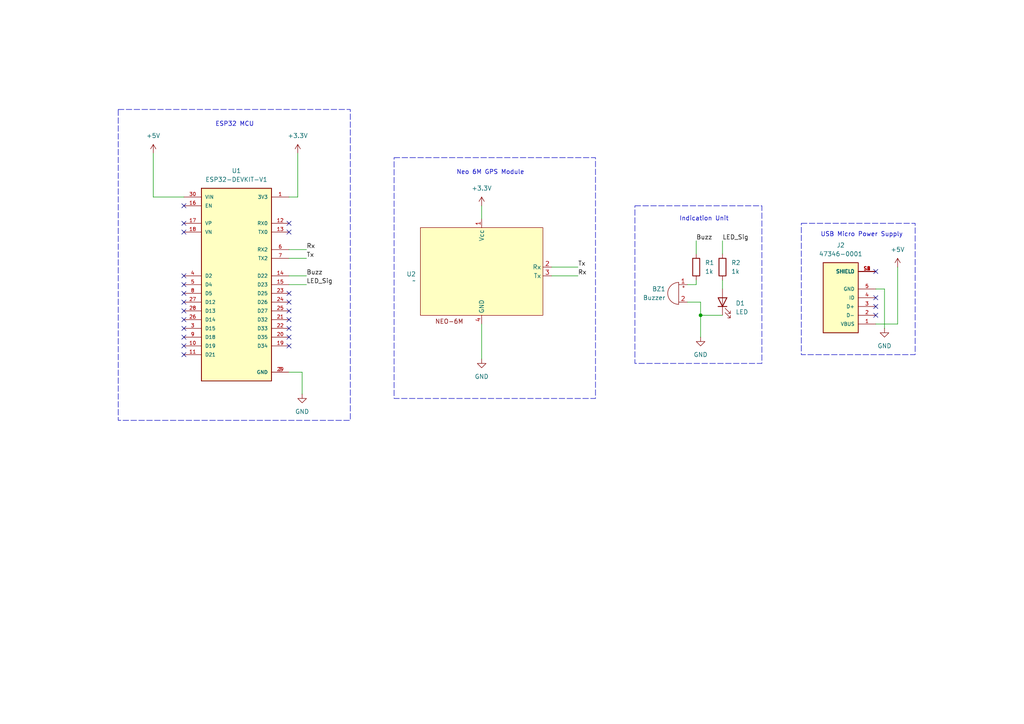
<source format=kicad_sch>
(kicad_sch (version 20231120) (generator "eeschema") (generator_version "8.0")
  (paper "A4")
  (title_block (title "Bus Tracking System") (date "22/07/2022") (rev "2"))
  (lib_symbols
    (symbol "47346-0001:47346-0001" (pin_names (offset 1.016))
      (property "Reference" "J" (at -5.08 10.922 0))
      (property "Value" "47346-0001" (at -5.08 -12.7 0))
      (symbol "47346-0001_0_0"
        (rectangle (start -5.08 -10.16) (end 5.08 10.16) (stroke (width 0.254)) (fill (type background)))
        (pin power_in line (at -10.16 7.62 0) (length 5.08) (name "VBUS") (number "1"))
        (pin bidirectional line (at -10.16 5.08 0) (length 5.08) (name "D-") (number "2"))
        (pin bidirectional line (at -10.16 2.54 0) (length 5.08) (name "D+") (number "3"))
        (pin bidirectional line (at -10.16 0 0) (length 5.08) (name "ID") (number "4"))
        (pin power_in line (at -10.16 -2.54 0) (length 5.08) (name "GND") (number "5"))
        (pin passive line (at -10.16 -7.62 0) (length 5.08) (name "SHIELD") (number "S1"))
        (pin passive line (at -10.16 -7.62 0) (length 5.08) (name "SHIELD") (number "S2"))
        (pin passive line (at -10.16 -7.62 0) (length 5.08) (name "SHIELD") (number "S3"))
        (pin passive line (at -10.16 -7.62 0) (length 5.08) (name "SHIELD") (number "S4"))
        (pin passive line (at -10.16 -7.62 0) (length 5.08) (name "SHIELD") (number "S5"))
        (pin passive line (at -10.16 -7.62 0) (length 5.08) (name "SHIELD") (number "S6"))
      )
    )
    (symbol "Device:Buzzer" (pin_names (offset 0.0254) hide)
      (property "Reference" "BZ" (at 3.81 1.27 0))
      (property "Value" "Buzzer" (at 3.81 -1.27 0))
      (symbol "Buzzer_0_1"
        (arc (start 0 -3.175) (mid 3.1612 0) (end 0 3.175))
        (polyline (pts (xy -1.651 1.905) (xy -1.143 1.905)))
        (polyline (pts (xy -1.397 2.159) (xy -1.397 1.651)))
        (polyline (pts (xy 0 3.175) (xy 0 -3.175)))
      )
      (symbol "Buzzer_1_1"
        (pin passive line (at -2.54 2.54 0) (length 2.54) (name "+") (number "1"))
        (pin passive line (at -2.54 -2.54 0) (length 2.54) (name "-") (number "2"))
      )
    )
    (symbol "Device:LED" (pin_numbers hide) (pin_names (offset 1.016) hide)
      (property "Reference" "D" (at 0 2.54 0))
      (property "Value" "LED" (at 0 -2.54 0))
      (symbol "LED_0_1"
        (polyline (pts (xy -1.27 -1.27) (xy -1.27 1.27)) (stroke (width 0.254)))
        (polyline (pts (xy -1.27 0) (xy 1.27 0)))
        (polyline (pts (xy 1.27 -1.27) (xy 1.27 1.27) (xy -1.27 0) (xy 1.27 -1.27)) (stroke (width 0.254)))
        (polyline (pts (xy -3.048 -0.762) (xy -4.572 -2.286) (xy -3.81 -2.286) (xy -4.572 -2.286) (xy -4.572 -1.524)))
        (polyline (pts (xy -1.778 -0.762) (xy -3.302 -2.286) (xy -2.54 -2.286) (xy -3.302 -2.286) (xy -3.302 -1.524)))
      )
      (symbol "LED_1_1"
        (pin passive line (at -3.81 0 0) (length 2.54) (name "K") (number "1"))
        (pin passive line (at 3.81 0 180) (length 2.54) (name "A") (number "2"))
      )
    )
    (symbol "Device:R" (pin_numbers hide) (pin_names (offset 0))
      (property "Reference" "R" (at 2.032 0 90))
      (property "Value" "R" (at 0 0 90))
      (symbol "R_0_1"
        (rectangle (start -1.016 -2.54) (end 1.016 2.54) (stroke (width 0.254)))
      )
      (symbol "R_1_1"
        (pin passive line (at 0 3.81 270) (length 1.27) (name "~") (number "1"))
        (pin passive line (at 0 -3.81 90) (length 1.27) (name "~") (number "2"))
      )
    )
    (symbol "ESP32-DEVKIT-V1:ESP32-DEVKIT-V1" (pin_names (offset 1.016))
      (property "Reference" "U" (at -10.16 30.48 0))
      (property "Value" "ESP32-DEVKIT-V1" (at -10.16 -30.48 0))
      (symbol "ESP32-DEVKIT-V1_0_0"
        (rectangle (start -10.16 -27.94) (end 10.16 27.94) (stroke (width 0.254)) (fill (type background)))
        (pin output line (at 15.24 25.4 180) (length 5.08) (name "3V3") (number "1"))
        (pin bidirectional line (at -15.24 -17.78 0) (length 5.08) (name "D19") (number "10"))
        (pin bidirectional line (at -15.24 -20.32 0) (length 5.08) (name "D21") (number "11"))
        (pin input line (at 15.24 17.78 180) (length 5.08) (name "RX0") (number "12"))
        (pin output line (at 15.24 15.24 180) (length 5.08) (name "TX0") (number "13"))
        (pin bidirectional line (at 15.24 2.54 180) (length 5.08) (name "D22") (number "14"))
        (pin bidirectional line (at 15.24 0 180) (length 5.08) (name "D23") (number "15"))
        (pin input line (at -15.24 22.86 0) (length 5.08) (name "EN") (number "16"))
        (pin bidirectional line (at -15.24 17.78 0) (length 5.08) (name "VP") (number "17"))
        (pin bidirectional line (at -15.24 15.24 0) (length 5.08) (name "VN") (number "18"))
        (pin bidirectional line (at 15.24 -17.78 180) (length 5.08) (name "D34") (number "19"))
        (pin power_in line (at 15.24 -25.4 180) (length 5.08) (name "GND") (number "2"))
        (pin bidirectional line (at 15.24 -15.24 180) (length 5.08) (name "D35") (number "20"))
        (pin bidirectional line (at 15.24 -10.16 180) (length 5.08) (name "D32") (number "21"))
        (pin bidirectional line (at 15.24 -12.7 180) (length 5.08) (name "D33") (number "22"))
        (pin bidirectional line (at 15.24 -2.54 180) (length 5.08) (name "D25") (number "23"))
        (pin bidirectional line (at 15.24 -5.08 180) (length 5.08) (name "D26") (number "24"))
        (pin bidirectional line (at 15.24 -7.62 180) (length 5.08) (name "D27") (number "25"))
        (pin bidirectional line (at -15.24 -10.16 0) (length 5.08) (name "D14") (number "26"))
        (pin bidirectional line (at -15.24 -5.08 0) (length 5.08) (name "D12") (number "27"))
        (pin bidirectional line (at -15.24 -7.62 0) (length 5.08) (name "D13") (number "28"))
        (pin power_in line (at 15.24 -25.4 180) (length 5.08) (name "GND") (number "29"))
        (pin bidirectional line (at -15.24 -12.7 0) (length 5.08) (name "D15") (number "3"))
        (pin input line (at -15.24 25.4 0) (length 5.08) (name "VIN") (number "30"))
        (pin bidirectional line (at -15.24 2.54 0) (length 5.08) (name "D2") (number "4"))
        (pin bidirectional line (at -15.24 0 0) (length 5.08) (name "D4") (number "5"))
        (pin input line (at 15.24 10.16 180) (length 5.08) (name "RX2") (number "6"))
        (pin output line (at 15.24 7.62 180) (length 5.08) (name "TX2") (number "7"))
        (pin bidirectional line (at -15.24 -2.54 0) (length 5.08) (name "D5") (number "8"))
        (pin bidirectional line (at -15.24 -15.24 0) (length 5.08) (name "D18") (number "9"))
      )
    )
    (symbol "Neo_6M:Neo_6M_Module"
      (property "Reference" "U" (at 0 0 0))
      (symbol "Neo_6M_Module_1_1"
        (rectangle (start -17.78 12.7) (end 17.78 -12.7) (fill (type color) (color 255 255 194 1)))
        (text "NEO-6M" (at -9.398 -14.478 0) (effects (font (size 1.27 1.27))))
        (pin power_in line (at 0 15.24 270) (length 2.54) (name "Vcc") (number "1"))
        (pin input line (at 20.32 1.27 180) (length 2.54) (name "Rx") (number "2"))
        (pin output line (at 20.32 -1.27 180) (length 2.54) (name "Tx") (number "3"))
        (pin power_in line (at 0 -15.24 90) (length 2.54) (name "GND") (number "4"))
      )
    )
    (symbol "power:+3.3V" (power) (pin_numbers hide) (pin_names (offset 0) hide)
      (property "Value" "+3.3V" (at 0 3.556 0))
      (symbol "+3.3V_0_1"
        (polyline (pts (xy -0.762 1.27) (xy 0 2.54)))
        (polyline (pts (xy 0 0) (xy 0 2.54)))
        (polyline (pts (xy 0 2.54) (xy 0.762 1.27)))
      )
      (symbol "+3.3V_1_1"
        (pin power_in line (at 0 0 90) (length 0) (name "~") (number "1"))
      )
    )
    (symbol "power:+5V" (power) (pin_numbers hide) (pin_names (offset 0) hide)
      (property "Value" "+5V" (at 0 3.556 0))
      (symbol "+5V_0_1"
        (polyline (pts (xy -0.762 1.27) (xy 0 2.54)))
        (polyline (pts (xy 0 0) (xy 0 2.54)))
        (polyline (pts (xy 0 2.54) (xy 0.762 1.27)))
      )
      (symbol "+5V_1_1"
        (pin power_in line (at 0 0 90) (length 0) (name "~") (number "1"))
      )
    )
    (symbol "power:GND" (power) (pin_numbers hide) (pin_names (offset 0) hide)
      (property "Value" "GND" (at 0 -3.81 0))
      (symbol "GND_0_1"
        (polyline (pts (xy 0 0) (xy 0 -1.27) (xy 1.27 -1.27) (xy 0 -2.54) (xy -1.27 -1.27) (xy 0 -1.27)))
      )
      (symbol "GND_1_1"
        (pin power_in line (at 0 0 270) (length 0) (name "~") (number "1"))
      )
    )
  )
  (junction (at 203.2 91.44))
  (no_connect (at 53.34 64.77))
  (no_connect (at 254 86.36))
  (no_connect (at 53.34 97.79))
  (no_connect (at 53.34 95.25))
  (no_connect (at 83.82 67.31))
  (no_connect (at 83.82 92.71))
  (no_connect (at 83.82 87.63))
  (no_connect (at 53.34 100.33))
  (no_connect (at 53.34 87.63))
  (no_connect (at 254 78.74))
  (no_connect (at 53.34 85.09))
  (no_connect (at 83.82 85.09))
  (no_connect (at 83.82 90.17))
  (no_connect (at 53.34 90.17))
  (no_connect (at 254 88.9))
  (no_connect (at 83.82 95.25))
  (no_connect (at 53.34 92.71))
  (no_connect (at 83.82 64.77))
  (no_connect (at 53.34 80.01))
  (no_connect (at 83.82 97.79))
  (no_connect (at 53.34 67.31))
  (no_connect (at 83.82 100.33))
  (no_connect (at 53.34 82.55))
  (no_connect (at 53.34 59.69))
  (no_connect (at 53.34 102.87))
  (no_connect (at 254 91.44))
  (wire (pts (xy 203.2 91.44) (xy 209.55 91.44)))
  (wire (pts (xy 201.93 82.55) (xy 201.93 81.28)))
  (wire (pts (xy 44.45 57.15) (xy 53.34 57.15)))
  (wire (pts (xy 201.93 69.85) (xy 201.93 73.66)))
  (wire (pts (xy 209.55 81.28) (xy 209.55 83.82)))
  (wire (pts (xy 209.55 69.85) (xy 209.55 73.66)))
  (wire (pts (xy 260.35 77.47) (xy 260.35 93.98)))
  (wire (pts (xy 86.36 57.15) (xy 83.82 57.15)))
  (wire (pts (xy 87.63 107.95) (xy 87.63 114.3)))
  (wire (pts (xy 254 83.82) (xy 256.54 83.82)))
  (wire (pts (xy 83.82 74.93) (xy 88.9 74.93)))
  (wire (pts (xy 139.7 59.69) (xy 139.7 63.5)))
  (wire (pts (xy 44.45 44.45) (xy 44.45 57.15)))
  (wire (pts (xy 199.39 87.63) (xy 203.2 87.63)))
  (wire (pts (xy 160.02 80.01) (xy 167.64 80.01)))
  (wire (pts (xy 83.82 82.55) (xy 88.9 82.55)))
  (wire (pts (xy 203.2 87.63) (xy 203.2 91.44)))
  (wire (pts (xy 139.7 93.98) (xy 139.7 104.14)))
  (wire (pts (xy 86.36 44.45) (xy 86.36 57.15)))
  (wire (pts (xy 199.39 82.55) (xy 201.93 82.55)))
  (wire (pts (xy 83.82 72.39) (xy 88.9 72.39)))
  (wire (pts (xy 256.54 83.82) (xy 256.54 95.25)))
  (wire (pts (xy 83.82 107.95) (xy 87.63 107.95)))
  (wire (pts (xy 160.02 77.47) (xy 167.64 77.47)))
  (wire (pts (xy 203.2 91.44) (xy 203.2 97.79)))
  (wire (pts (xy 83.82 80.01) (xy 88.9 80.01)))
  (wire (pts (xy 260.35 93.98) (xy 254 93.98)))
  (rectangle (start 232.41 64.77) (end 265.43 102.87) (stroke (width 0) (type dash)))
  (rectangle (start 114.3 45.72) (end 172.72 115.57) (stroke (width 0) (type dash)))
  (rectangle (start 184.15 59.69) (end 220.98 105.41) (stroke (width 0) (type dash)))
  (rectangle (start 34.29 31.75) (end 101.6 121.92) (stroke (width 0) (type dash)))
  (text "Neo 6M GPS Module\n" (at 142.24 50.038 0) (effects (font (size 1.27 1.27))))
  (text "Indication Unit\n" (at 204.216 63.5 0) (effects (font (size 1.27 1.27))))
  (text "USB Micro Power Supply\n" (at 249.936 68.072 0) (effects (font (size 1.27 1.27))))
  (text "ESP32 MCU\n" (at 68.072 36.068 0) (effects (font (size 1.27 1.27))))
  (label "Tx" (at 167.64 77.47 0))
  (label "Tx" (at 88.9 74.93 0))
  (label "Buzz" (at 88.9 80.01 0))
  (label "Rx" (at 167.64 80.01 0))
  (label "LED_Sig" (at 209.55 69.85 0))
  (label "LED_Sig" (at 88.9 82.55 0))
  (label "Rx" (at 88.9 72.39 0))
  (label "Buzz" (at 201.93 69.85 0))
  (symbol (lib_id "47346-0001:47346-0001") (at 243.84 86.36 180) (unit 1)
    (property "Reference" "J2" (at 243.84 71.12 0))
    (property "Value" "47346-0001" (at 243.84 73.66 0))
    (property "Footprint" "USB_Type_B_Micro:MOLEX_47346-0001" (effects (hide yes)))
    (property "MF" "Molex" (effects (hide yes)))
    (property "MAXIMUM_PACKAGE_HEIGHT" "2.94 mm" (effects (hide yes)))
    (property "Package" "None" (effects (hide yes)))
    (property "Price" "None" (effects (hide yes)))
    (property "Check_prices" "https://www.snapeda.com/parts/47346-0001/Molex/view-part/?ref=eda" (effects (hide yes)))
    (property "STANDARD" "Manufacturer Recommendations" (effects (hide yes)))
    (property "PARTREV" "E" (effects (hide yes)))
    (property "SnapEDA_Link" "https://www.snapeda.com/parts/47346-0001/Molex/view-part/?ref=snap" (effects (hide yes)))
    (property "MP" "47346-0001" (effects (hide yes)))
    (property "Purchase-URL" "https://www.snapeda.com/api/url_track_click_mouser/?unipart_id=53503&manufacturer=Molex&part_name=47346-0001&search_term=None" (effects (hide yes)))
    (property "Description_1" "\nConn Data USB Micro B w/Flange SMT Bottom Mnt LF | Molex Incorporated 47346-0001\n" (effects (hide yes)))
    (property "Availability" "In Stock" (effects (hide yes)))
    (property "MANUFACTURER" "Molex" (effects (hide yes)))
  )
  (symbol (lib_id "power:GND") (at 203.2 97.79 0) (unit 1)
    (property "Reference" "#PWR06" (effects (hide yes)))
    (property "Value" "GND" (at 203.2 102.87 0))
    (property "Description" "Power symbol creates a global label with name \"GND\" , ground" (effects (hide yes)))
  )
  (symbol (lib_id "Device:R") (at 201.93 77.47 180) (unit 1)
    (property "Reference" "R1" (at 204.47 76.1999 0) (effects (justify right)))
    (property "Value" "1k" (at 204.47 78.7399 0) (effects (justify right)))
    (property "Footprint" "Resistor_THT:R_Axial_DIN0204_L3.6mm_D1.6mm_P5.08mm_Horizontal" (effects (hide yes)))
    (property "Description" "Resistor" (effects (hide yes)))
  )
  (symbol (lib_id "power:+3.3V") (at 86.36 44.45 0) (unit 1)
    (property "Reference" "#PWR02" (effects (hide yes)))
    (property "Value" "+3.3V" (at 86.36 39.37 0))
    (property "Description" "Power symbol creates a global label with name \"+3.3V\"" (effects (hide yes)))
  )
  (symbol (lib_id "Device:Buzzer") (at 196.85 85.09 0) (mirror y) (unit 1)
    (property "Reference" "BZ1" (at 193.04 83.8199 0) (effects (justify left)))
    (property "Value" "Buzzer" (at 193.04 86.3599 0) (effects (justify left)))
    (property "Footprint" "Buzzer_Beeper:Buzzer_12x9.5RM7.6" (effects (hide yes)))
    (property "Description" "Buzzer, polarized" (effects (hide yes)))
  )
  (symbol (lib_id "power:GND") (at 87.63 114.3 0) (unit 1)
    (property "Reference" "#PWR03" (effects (hide yes)))
    (property "Value" "GND" (at 87.63 119.38 0))
    (property "Description" "Power symbol creates a global label with name \"GND\" , ground" (effects (hide yes)))
  )
  (symbol (lib_id "power:+5V") (at 44.45 44.45 0) (unit 1)
    (property "Reference" "#PWR01" (effects (hide yes)))
    (property "Value" "+5V" (at 44.45 39.37 0))
    (property "Description" "Power symbol creates a global label with name \"+5V\"" (effects (hide yes)))
  )
  (symbol (lib_id "Device:LED") (at 209.55 87.63 90) (unit 1)
    (property "Reference" "D1" (at 213.36 87.9474 90) (effects (justify right)))
    (property "Value" "LED" (at 213.36 90.4874 90) (effects (justify right)))
    (property "Footprint" "LED_THT:LED_D3.0mm_Clear" (effects (hide yes)))
    (property "Description" "Light emitting diode" (effects (hide yes)))
  )
  (symbol (lib_id "Neo_6M:Neo_6M_Module") (at 139.7 78.74 0) (unit 1)
    (property "Reference" "U2" (at 120.65 79.5047 0) (effects (justify right)))
    (property "Value" "~" (at 120.65 81.4098 0) (effects (justify right)))
    (property "Footprint" "Neo_6M:NEO_6M_THT" (effects (hide yes)))
  )
  (symbol (lib_id "power:+5V") (at 260.35 77.47 0) (unit 1)
    (property "Reference" "#PWR08" (effects (hide yes)))
    (property "Value" "+5V" (at 260.35 72.39 0))
    (property "Description" "Power symbol creates a global label with name \"+5V\"" (effects (hide yes)))
  )
  (symbol (lib_id "power:GND") (at 139.7 104.14 0) (unit 1)
    (property "Reference" "#PWR04" (effects (hide yes)))
    (property "Value" "GND" (at 139.7 109.22 0))
    (property "Description" "Power symbol creates a global label with name \"GND\" , ground" (effects (hide yes)))
  )
  (symbol (lib_id "ESP32-DEVKIT-V1:ESP32-DEVKIT-V1") (at 68.58 82.55 0) (unit 1)
    (property "Reference" "U1" (at 68.58 49.53 0))
    (property "Value" "ESP32-DEVKIT-V1" (at 68.58 52.07 0))
    (property "Footprint" "KiCadLibraries:MODULE_ESP32_DEVKIT_V1" (effects (hide yes)))
    (property "MF" "Do it" (effects (hide yes)))
    (property "MAXIMUM_PACKAGE_HEIGHT" "6.8 mm" (effects (hide yes)))
    (property "Package" "None" (effects (hide yes)))
    (property "Price" "None" (effects (hide yes)))
    (property "Check_prices" "https://www.snapeda.com/parts/ESP32-DEVKIT-V1/Do+it/view-part/?ref=eda" (effects (hide yes)))
    (property "STANDARD" "Manufacturer Recommendations" (effects (hide yes)))
    (property "PARTREV" "N/A" (effects (hide yes)))
    (property "SnapEDA_Link" "https://www.snapeda.com/parts/ESP32-DEVKIT-V1/Do+it/view-part/?ref=snap" (effects (hide yes)))
    (property "MP" "ESP32-DEVKIT-V1" (effects (hide yes)))
    (property "Description_1" "\nDual core, Wi-Fi: 2.4 GHz up to 150 Mbits/s,BLE (Bluetooth Low Energy) and legacy Bluetooth, 32 bits, Up to 240 MHz\n" (effects (hide yes)))
    (property "Availability" "Not in stock" (effects (hide yes)))
    (property "MANUFACTURER" "DOIT" (effects (hide yes)))
  )
  (symbol (lib_id "Device:R") (at 209.55 77.47 0) (unit 1)
    (property "Reference" "R2" (at 212.09 76.1999 0) (effects (justify left)))
    (property "Value" "1k" (at 212.09 78.7399 0) (effects (justify left)))
    (property "Footprint" "Resistor_THT:R_Axial_DIN0204_L3.6mm_D1.6mm_P5.08mm_Horizontal" (effects (hide yes)))
    (property "Description" "Resistor" (effects (hide yes)))
  )
  (symbol (lib_id "power:GND") (at 256.54 95.25 0) (unit 1)
    (property "Reference" "#PWR07" (effects (hide yes)))
    (property "Value" "GND" (at 256.54 100.33 0))
    (property "Description" "Power symbol creates a global label with name \"GND\" , ground" (effects (hide yes)))
  )
  (symbol (lib_id "power:+3.3V") (at 139.7 59.69 0) (unit 1)
    (property "Reference" "#PWR05" (effects (hide yes)))
    (property "Value" "+3.3V" (at 139.7 54.61 0))
    (property "Description" "Power symbol creates a global label with name \"+3.3V\"" (effects (hide yes)))
  )
)
</source>
